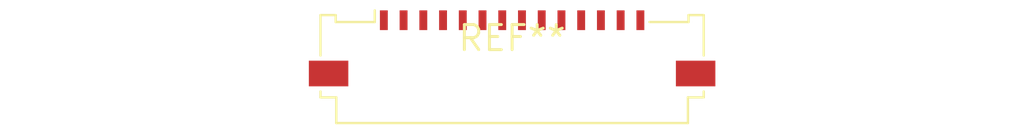
<source format=kicad_pcb>
(kicad_pcb (version 20240108) (generator pcbnew)
  (layers (0 "F.Cu" signal) (31 "B.Cu" signal) (34 "B.Paste" user) (35 "F.Paste" user) (36 "B.SilkS" user "B.Silkscreen") (37 "F.SilkS" user "F.Silkscreen") (38 "B.Mask" user) (39 "F.Mask" user) (44 "Edge.Cuts" user))
  (net 0 "")
  (footprint "Molex_200528-0140_1x14-1MP_P1.00mm_Horizontal" (layer "F.Cu") (at 0 0)
    (property "Reference" "REF**")
    (property "Value" "Molex_200528-0140_1x14-1MP_P1.00mm_Horizontal")
    (fp_line (start -9.71 -1.17) (end -9.71 0.88) (layer "F.SilkS") (stroke (width 0.12)))
    (fp_line (start -9.71 2.7) (end -9.71 3) (layer "F.SilkS") (stroke (width 0.12)))
    (fp_line (start -9.71 3) (end -8.91 3) (layer "F.SilkS") (stroke (width 0.12)))
    (fp_line (start -8.94 -1.17) (end -9.71 -1.17) (layer "F.SilkS") (stroke (width 0.12)))
    (fp_line (start -8.94 -0.82) (end -8.94 -1.17) (layer "F.SilkS") (stroke (width 0.12)))
    (fp_line (start -8.91 3) (end -8.91 4.3) (layer "F.SilkS") (stroke (width 0.12)))
    (fp_line (start -8.91 4.3) (end 8.91 4.3) (layer "F.SilkS") (stroke (width 0.12)))
    (fp_line (start -6.96 -1.41) (end -6.96 -0.82) (layer "F.SilkS") (stroke (width 0.12)))
    (fp_line (start -6.96 -0.82) (end -8.94 -0.82) (layer "F.SilkS") (stroke (width 0.12)))
    (fp_line (start 8.91 3) (end 9.71 3) (layer "F.SilkS") (stroke (width 0.12)))
    (fp_line (start 8.91 4.3) (end 8.91 3) (layer "F.SilkS") (stroke (width 0.12)))
    (fp_line (start 8.94 -1.17) (end 8.94 -0.82) (layer "F.SilkS") (stroke (width 0.12)))
    (fp_line (start 8.94 -0.82) (end 6.96 -0.82) (layer "F.SilkS") (stroke (width 0.12)))
    (fp_line (start 9.71 -1.17) (end 8.94 -1.17) (layer "F.SilkS") (stroke (width 0.12)))
    (fp_line (start 9.71 0.88) (end 9.71 -1.17) (layer "F.SilkS") (stroke (width 0.12)))
    (fp_line (start 9.71 3) (end 9.71 2.7) (layer "F.SilkS") (stroke (width 0.12)))
    (pad "1" smd rect (at -6.5 -0.91) (size 0.4 1) (layers "F.Cu" "F.Paste" "F.Mask"))
    (pad "2" smd rect (at -5.5 -0.91) (size 0.4 1) (layers "F.Cu" "F.Paste" "F.Mask"))
    (pad "3" smd rect (at -4.5 -0.91) (size 0.4 1) (layers "F.Cu" "F.Paste" "F.Mask"))
    (pad "4" smd rect (at -3.5 -0.91) (size 0.4 1) (layers "F.Cu" "F.Paste" "F.Mask"))
    (pad "5" smd rect (at -2.5 -0.91) (size 0.4 1) (layers "F.Cu" "F.Paste" "F.Mask"))
    (pad "6" smd rect (at -1.5 -0.91) (size 0.4 1) (layers "F.Cu" "F.Paste" "F.Mask"))
    (pad "7" smd rect (at -0.5 -0.91) (size 0.4 1) (layers "F.Cu" "F.Paste" "F.Mask"))
    (pad "8" smd rect (at 0.5 -0.91) (size 0.4 1) (layers "F.Cu" "F.Paste" "F.Mask"))
    (pad "9" smd rect (at 1.5 -0.91) (size 0.4 1) (layers "F.Cu" "F.Paste" "F.Mask"))
    (pad "10" smd rect (at 2.5 -0.91) (size 0.4 1) (layers "F.Cu" "F.Paste" "F.Mask"))
    (pad "11" smd rect (at 3.5 -0.91) (size 0.4 1) (layers "F.Cu" "F.Paste" "F.Mask"))
    (pad "12" smd rect (at 4.5 -0.91) (size 0.4 1) (layers "F.Cu" "F.Paste" "F.Mask"))
    (pad "13" smd rect (at 5.5 -0.91) (size 0.4 1) (layers "F.Cu" "F.Paste" "F.Mask"))
    (pad "14" smd rect (at 6.5 -0.91) (size 0.4 1) (layers "F.Cu" "F.Paste" "F.Mask"))
    (pad "MP" smd rect (at -9.3 1.79) (size 2 1.3) (layers "F.Cu" "F.Paste" "F.Mask"))
    (pad "MP" smd rect (at 9.3 1.79) (size 2 1.3) (layers "F.Cu" "F.Paste" "F.Mask"))
  )
)
</source>
